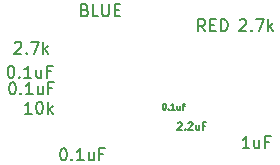
<source format=gbr>
G04 #@! TF.FileFunction,Other,Fab,Top*
%FSLAX46Y46*%
G04 Gerber Fmt 4.6, Leading zero omitted, Abs format (unit mm)*
G04 Created by KiCad (PCBNEW 4.0.0-rc2-stable) date 12/28/2015 10:24:42 PM*
%MOMM*%
G01*
G04 APERTURE LIST*
%ADD10C,0.100000*%
%ADD11C,0.150000*%
%ADD12C,0.127000*%
G04 APERTURE END LIST*
D10*
D11*
X116832143Y-118054381D02*
X116498809Y-117578190D01*
X116260714Y-118054381D02*
X116260714Y-117054381D01*
X116641667Y-117054381D01*
X116736905Y-117102000D01*
X116784524Y-117149619D01*
X116832143Y-117244857D01*
X116832143Y-117387714D01*
X116784524Y-117482952D01*
X116736905Y-117530571D01*
X116641667Y-117578190D01*
X116260714Y-117578190D01*
X117260714Y-117530571D02*
X117594048Y-117530571D01*
X117736905Y-118054381D02*
X117260714Y-118054381D01*
X117260714Y-117054381D01*
X117736905Y-117054381D01*
X118165476Y-118054381D02*
X118165476Y-117054381D01*
X118403571Y-117054381D01*
X118546429Y-117102000D01*
X118641667Y-117197238D01*
X118689286Y-117292476D01*
X118736905Y-117482952D01*
X118736905Y-117625810D01*
X118689286Y-117816286D01*
X118641667Y-117911524D01*
X118546429Y-118006762D01*
X118403571Y-118054381D01*
X118165476Y-118054381D01*
D12*
D11*
X100338143Y-120991381D02*
X100433382Y-120991381D01*
X100528620Y-121039000D01*
X100576239Y-121086619D01*
X100623858Y-121181857D01*
X100671477Y-121372333D01*
X100671477Y-121610429D01*
X100623858Y-121800905D01*
X100576239Y-121896143D01*
X100528620Y-121943762D01*
X100433382Y-121991381D01*
X100338143Y-121991381D01*
X100242905Y-121943762D01*
X100195286Y-121896143D01*
X100147667Y-121800905D01*
X100100048Y-121610429D01*
X100100048Y-121372333D01*
X100147667Y-121181857D01*
X100195286Y-121086619D01*
X100242905Y-121039000D01*
X100338143Y-120991381D01*
X101100048Y-121896143D02*
X101147667Y-121943762D01*
X101100048Y-121991381D01*
X101052429Y-121943762D01*
X101100048Y-121896143D01*
X101100048Y-121991381D01*
X102100048Y-121991381D02*
X101528619Y-121991381D01*
X101814333Y-121991381D02*
X101814333Y-120991381D01*
X101719095Y-121134238D01*
X101623857Y-121229476D01*
X101528619Y-121277095D01*
X102957191Y-121324714D02*
X102957191Y-121991381D01*
X102528619Y-121324714D02*
X102528619Y-121848524D01*
X102576238Y-121943762D01*
X102671476Y-121991381D01*
X102814334Y-121991381D01*
X102909572Y-121943762D01*
X102957191Y-121896143D01*
X103766715Y-121467571D02*
X103433381Y-121467571D01*
X103433381Y-121991381D02*
X103433381Y-120991381D01*
X103909572Y-120991381D01*
D12*
X113338428Y-124181810D02*
X113386809Y-124181810D01*
X113435190Y-124206000D01*
X113459381Y-124230190D01*
X113483571Y-124278571D01*
X113507762Y-124375333D01*
X113507762Y-124496286D01*
X113483571Y-124593048D01*
X113459381Y-124641429D01*
X113435190Y-124665619D01*
X113386809Y-124689810D01*
X113338428Y-124689810D01*
X113290047Y-124665619D01*
X113265857Y-124641429D01*
X113241666Y-124593048D01*
X113217476Y-124496286D01*
X113217476Y-124375333D01*
X113241666Y-124278571D01*
X113265857Y-124230190D01*
X113290047Y-124206000D01*
X113338428Y-124181810D01*
X113725476Y-124641429D02*
X113749667Y-124665619D01*
X113725476Y-124689810D01*
X113701286Y-124665619D01*
X113725476Y-124641429D01*
X113725476Y-124689810D01*
X114233477Y-124689810D02*
X113943191Y-124689810D01*
X114088334Y-124689810D02*
X114088334Y-124181810D01*
X114039953Y-124254381D01*
X113991572Y-124302762D01*
X113943191Y-124326952D01*
X114668906Y-124351143D02*
X114668906Y-124689810D01*
X114451191Y-124351143D02*
X114451191Y-124617238D01*
X114475382Y-124665619D01*
X114523763Y-124689810D01*
X114596334Y-124689810D01*
X114644715Y-124665619D01*
X114668906Y-124641429D01*
X115080144Y-124423714D02*
X114910810Y-124423714D01*
X114910810Y-124689810D02*
X114910810Y-124181810D01*
X115152715Y-124181810D01*
D11*
X104783143Y-127976381D02*
X104878382Y-127976381D01*
X104973620Y-128024000D01*
X105021239Y-128071619D01*
X105068858Y-128166857D01*
X105116477Y-128357333D01*
X105116477Y-128595429D01*
X105068858Y-128785905D01*
X105021239Y-128881143D01*
X104973620Y-128928762D01*
X104878382Y-128976381D01*
X104783143Y-128976381D01*
X104687905Y-128928762D01*
X104640286Y-128881143D01*
X104592667Y-128785905D01*
X104545048Y-128595429D01*
X104545048Y-128357333D01*
X104592667Y-128166857D01*
X104640286Y-128071619D01*
X104687905Y-128024000D01*
X104783143Y-127976381D01*
X105545048Y-128881143D02*
X105592667Y-128928762D01*
X105545048Y-128976381D01*
X105497429Y-128928762D01*
X105545048Y-128881143D01*
X105545048Y-128976381D01*
X106545048Y-128976381D02*
X105973619Y-128976381D01*
X106259333Y-128976381D02*
X106259333Y-127976381D01*
X106164095Y-128119238D01*
X106068857Y-128214476D01*
X105973619Y-128262095D01*
X107402191Y-128309714D02*
X107402191Y-128976381D01*
X106973619Y-128309714D02*
X106973619Y-128833524D01*
X107021238Y-128928762D01*
X107116476Y-128976381D01*
X107259334Y-128976381D01*
X107354572Y-128928762D01*
X107402191Y-128881143D01*
X108211715Y-128452571D02*
X107878381Y-128452571D01*
X107878381Y-128976381D02*
X107878381Y-127976381D01*
X108354572Y-127976381D01*
X119753238Y-117149619D02*
X119800857Y-117102000D01*
X119896095Y-117054381D01*
X120134191Y-117054381D01*
X120229429Y-117102000D01*
X120277048Y-117149619D01*
X120324667Y-117244857D01*
X120324667Y-117340095D01*
X120277048Y-117482952D01*
X119705619Y-118054381D01*
X120324667Y-118054381D01*
X120753238Y-117959143D02*
X120800857Y-118006762D01*
X120753238Y-118054381D01*
X120705619Y-118006762D01*
X120753238Y-117959143D01*
X120753238Y-118054381D01*
X121134190Y-117054381D02*
X121800857Y-117054381D01*
X121372285Y-118054381D01*
X122181809Y-118054381D02*
X122181809Y-117054381D01*
X122277047Y-117673429D02*
X122562762Y-118054381D01*
X122562762Y-117387714D02*
X122181809Y-117768667D01*
X102147762Y-125039381D02*
X101576333Y-125039381D01*
X101862047Y-125039381D02*
X101862047Y-124039381D01*
X101766809Y-124182238D01*
X101671571Y-124277476D01*
X101576333Y-124325095D01*
X102766809Y-124039381D02*
X102862048Y-124039381D01*
X102957286Y-124087000D01*
X103004905Y-124134619D01*
X103052524Y-124229857D01*
X103100143Y-124420333D01*
X103100143Y-124658429D01*
X103052524Y-124848905D01*
X103004905Y-124944143D01*
X102957286Y-124991762D01*
X102862048Y-125039381D01*
X102766809Y-125039381D01*
X102671571Y-124991762D01*
X102623952Y-124944143D01*
X102576333Y-124848905D01*
X102528714Y-124658429D01*
X102528714Y-124420333D01*
X102576333Y-124229857D01*
X102623952Y-124134619D01*
X102671571Y-124087000D01*
X102766809Y-124039381D01*
X103528714Y-125039381D02*
X103528714Y-124039381D01*
X103623952Y-124658429D02*
X103909667Y-125039381D01*
X103909667Y-124372714D02*
X103528714Y-124753667D01*
X100465143Y-122388381D02*
X100560382Y-122388381D01*
X100655620Y-122436000D01*
X100703239Y-122483619D01*
X100750858Y-122578857D01*
X100798477Y-122769333D01*
X100798477Y-123007429D01*
X100750858Y-123197905D01*
X100703239Y-123293143D01*
X100655620Y-123340762D01*
X100560382Y-123388381D01*
X100465143Y-123388381D01*
X100369905Y-123340762D01*
X100322286Y-123293143D01*
X100274667Y-123197905D01*
X100227048Y-123007429D01*
X100227048Y-122769333D01*
X100274667Y-122578857D01*
X100322286Y-122483619D01*
X100369905Y-122436000D01*
X100465143Y-122388381D01*
X101227048Y-123293143D02*
X101274667Y-123340762D01*
X101227048Y-123388381D01*
X101179429Y-123340762D01*
X101227048Y-123293143D01*
X101227048Y-123388381D01*
X102227048Y-123388381D02*
X101655619Y-123388381D01*
X101941333Y-123388381D02*
X101941333Y-122388381D01*
X101846095Y-122531238D01*
X101750857Y-122626476D01*
X101655619Y-122674095D01*
X103084191Y-122721714D02*
X103084191Y-123388381D01*
X102655619Y-122721714D02*
X102655619Y-123245524D01*
X102703238Y-123340762D01*
X102798476Y-123388381D01*
X102941334Y-123388381D01*
X103036572Y-123340762D01*
X103084191Y-123293143D01*
X103893715Y-122864571D02*
X103560381Y-122864571D01*
X103560381Y-123388381D02*
X103560381Y-122388381D01*
X104036572Y-122388381D01*
X120562762Y-127960381D02*
X119991333Y-127960381D01*
X120277047Y-127960381D02*
X120277047Y-126960381D01*
X120181809Y-127103238D01*
X120086571Y-127198476D01*
X119991333Y-127246095D01*
X121419905Y-127293714D02*
X121419905Y-127960381D01*
X120991333Y-127293714D02*
X120991333Y-127817524D01*
X121038952Y-127912762D01*
X121134190Y-127960381D01*
X121277048Y-127960381D01*
X121372286Y-127912762D01*
X121419905Y-127865143D01*
X122229429Y-127436571D02*
X121896095Y-127436571D01*
X121896095Y-127960381D02*
X121896095Y-126960381D01*
X122372286Y-126960381D01*
X114502595Y-125823738D02*
X114532833Y-125793500D01*
X114593310Y-125763262D01*
X114744500Y-125763262D01*
X114804976Y-125793500D01*
X114835214Y-125823738D01*
X114865453Y-125884214D01*
X114865453Y-125944690D01*
X114835214Y-126035405D01*
X114472357Y-126398262D01*
X114865453Y-126398262D01*
X115137595Y-126337786D02*
X115167834Y-126368024D01*
X115137595Y-126398262D01*
X115107357Y-126368024D01*
X115137595Y-126337786D01*
X115137595Y-126398262D01*
X115409738Y-125823738D02*
X115439976Y-125793500D01*
X115500453Y-125763262D01*
X115651643Y-125763262D01*
X115712119Y-125793500D01*
X115742357Y-125823738D01*
X115772596Y-125884214D01*
X115772596Y-125944690D01*
X115742357Y-126035405D01*
X115379500Y-126398262D01*
X115772596Y-126398262D01*
X116316881Y-125974929D02*
X116316881Y-126398262D01*
X116044738Y-125974929D02*
X116044738Y-126307548D01*
X116074977Y-126368024D01*
X116135453Y-126398262D01*
X116226167Y-126398262D01*
X116286643Y-126368024D01*
X116316881Y-126337786D01*
X116830929Y-126065643D02*
X116619262Y-126065643D01*
X116619262Y-126398262D02*
X116619262Y-125763262D01*
X116921643Y-125763262D01*
X106640477Y-116260571D02*
X106783334Y-116308190D01*
X106830953Y-116355810D01*
X106878572Y-116451048D01*
X106878572Y-116593905D01*
X106830953Y-116689143D01*
X106783334Y-116736762D01*
X106688096Y-116784381D01*
X106307143Y-116784381D01*
X106307143Y-115784381D01*
X106640477Y-115784381D01*
X106735715Y-115832000D01*
X106783334Y-115879619D01*
X106830953Y-115974857D01*
X106830953Y-116070095D01*
X106783334Y-116165333D01*
X106735715Y-116212952D01*
X106640477Y-116260571D01*
X106307143Y-116260571D01*
X107783334Y-116784381D02*
X107307143Y-116784381D01*
X107307143Y-115784381D01*
X108116667Y-115784381D02*
X108116667Y-116593905D01*
X108164286Y-116689143D01*
X108211905Y-116736762D01*
X108307143Y-116784381D01*
X108497620Y-116784381D01*
X108592858Y-116736762D01*
X108640477Y-116689143D01*
X108688096Y-116593905D01*
X108688096Y-115784381D01*
X109164286Y-116260571D02*
X109497620Y-116260571D01*
X109640477Y-116784381D02*
X109164286Y-116784381D01*
X109164286Y-115784381D01*
X109640477Y-115784381D01*
X100703238Y-119054619D02*
X100750857Y-119007000D01*
X100846095Y-118959381D01*
X101084191Y-118959381D01*
X101179429Y-119007000D01*
X101227048Y-119054619D01*
X101274667Y-119149857D01*
X101274667Y-119245095D01*
X101227048Y-119387952D01*
X100655619Y-119959381D01*
X101274667Y-119959381D01*
X101703238Y-119864143D02*
X101750857Y-119911762D01*
X101703238Y-119959381D01*
X101655619Y-119911762D01*
X101703238Y-119864143D01*
X101703238Y-119959381D01*
X102084190Y-118959381D02*
X102750857Y-118959381D01*
X102322285Y-119959381D01*
X103131809Y-119959381D02*
X103131809Y-118959381D01*
X103227047Y-119578429D02*
X103512762Y-119959381D01*
X103512762Y-119292714D02*
X103131809Y-119673667D01*
M02*

</source>
